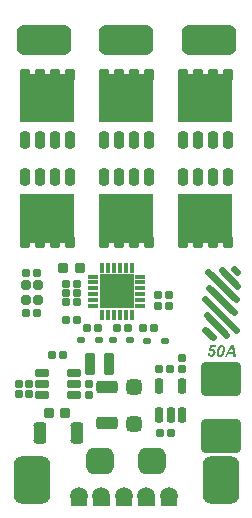
<source format=gts>
G04*
G04 #@! TF.GenerationSoftware,Altium Limited,Altium Designer,22.8.2 (66)*
G04*
G04 Layer_Color=8388736*
%FSLAX44Y44*%
%MOMM*%
G71*
G04*
G04 #@! TF.SameCoordinates,D88EF3AF-AA8D-4CAB-B9DB-13285413298B*
G04*
G04*
G04 #@! TF.FilePolarity,Negative*
G04*
G01*
G75*
%ADD43C,0.6000*%
G04:AMPARAMS|DCode=44|XSize=1.45mm|YSize=0.81mm|CornerRadius=0.2275mm|HoleSize=0mm|Usage=FLASHONLY|Rotation=270.000|XOffset=0mm|YOffset=0mm|HoleType=Round|Shape=RoundedRectangle|*
%AMROUNDEDRECTD44*
21,1,1.4500,0.3550,0,0,270.0*
21,1,0.9950,0.8100,0,0,270.0*
1,1,0.4550,-0.1775,-0.4975*
1,1,0.4550,-0.1775,0.4975*
1,1,0.4550,0.1775,0.4975*
1,1,0.4550,0.1775,-0.4975*
%
%ADD44ROUNDEDRECTD44*%
G04:AMPARAMS|DCode=45|XSize=0.85mm|YSize=1.1mm|CornerRadius=0.2375mm|HoleSize=0mm|Usage=FLASHONLY|Rotation=180.000|XOffset=0mm|YOffset=0mm|HoleType=Round|Shape=RoundedRectangle|*
%AMROUNDEDRECTD45*
21,1,0.8500,0.6250,0,0,180.0*
21,1,0.3750,1.1000,0,0,180.0*
1,1,0.4750,-0.1875,0.3125*
1,1,0.4750,0.1875,0.3125*
1,1,0.4750,0.1875,-0.3125*
1,1,0.4750,-0.1875,-0.3125*
%
%ADD45ROUNDEDRECTD45*%
%ADD46R,4.6600X1.0100*%
%ADD47R,4.6600X0.5300*%
%ADD48R,4.6600X2.8300*%
G04:AMPARAMS|DCode=49|XSize=0.68mm|YSize=0.68mm|CornerRadius=0.2008mm|HoleSize=0mm|Usage=FLASHONLY|Rotation=270.000|XOffset=0mm|YOffset=0mm|HoleType=Round|Shape=RoundedRectangle|*
%AMROUNDEDRECTD49*
21,1,0.6800,0.2784,0,0,270.0*
21,1,0.2784,0.6800,0,0,270.0*
1,1,0.4016,-0.1392,-0.1392*
1,1,0.4016,-0.1392,0.1392*
1,1,0.4016,0.1392,0.1392*
1,1,0.4016,0.1392,-0.1392*
%
%ADD49ROUNDEDRECTD49*%
G04:AMPARAMS|DCode=50|XSize=0.74mm|YSize=0.52mm|CornerRadius=0.155mm|HoleSize=0mm|Usage=FLASHONLY|Rotation=0.000|XOffset=0mm|YOffset=0mm|HoleType=Round|Shape=RoundedRectangle|*
%AMROUNDEDRECTD50*
21,1,0.7400,0.2100,0,0,0.0*
21,1,0.4300,0.5200,0,0,0.0*
1,1,0.3100,0.2150,-0.1050*
1,1,0.3100,-0.2150,-0.1050*
1,1,0.3100,-0.2150,0.1050*
1,1,0.3100,0.2150,0.1050*
%
%ADD50ROUNDEDRECTD50*%
G04:AMPARAMS|DCode=51|XSize=0.68mm|YSize=0.68mm|CornerRadius=0.2008mm|HoleSize=0mm|Usage=FLASHONLY|Rotation=0.000|XOffset=0mm|YOffset=0mm|HoleType=Round|Shape=RoundedRectangle|*
%AMROUNDEDRECTD51*
21,1,0.6800,0.2784,0,0,0.0*
21,1,0.2784,0.6800,0,0,0.0*
1,1,0.4016,0.1392,-0.1392*
1,1,0.4016,-0.1392,-0.1392*
1,1,0.4016,-0.1392,0.1392*
1,1,0.4016,0.1392,0.1392*
%
%ADD51ROUNDEDRECTD51*%
G04:AMPARAMS|DCode=52|XSize=1.32mm|YSize=1.3mm|CornerRadius=0.35mm|HoleSize=0mm|Usage=FLASHONLY|Rotation=0.000|XOffset=0mm|YOffset=0mm|HoleType=Round|Shape=RoundedRectangle|*
%AMROUNDEDRECTD52*
21,1,1.3200,0.6000,0,0,0.0*
21,1,0.6200,1.3000,0,0,0.0*
1,1,0.7000,0.3100,-0.3000*
1,1,0.7000,-0.3100,-0.3000*
1,1,0.7000,-0.3100,0.3000*
1,1,0.7000,0.3100,0.3000*
%
%ADD52ROUNDEDRECTD52*%
G04:AMPARAMS|DCode=53|XSize=1.3mm|YSize=0.7mm|CornerRadius=0.2mm|HoleSize=0mm|Usage=FLASHONLY|Rotation=90.000|XOffset=0mm|YOffset=0mm|HoleType=Round|Shape=RoundedRectangle|*
%AMROUNDEDRECTD53*
21,1,1.3000,0.3000,0,0,90.0*
21,1,0.9000,0.7000,0,0,90.0*
1,1,0.4000,0.1500,0.4500*
1,1,0.4000,0.1500,-0.4500*
1,1,0.4000,-0.1500,-0.4500*
1,1,0.4000,-0.1500,0.4500*
%
%ADD53ROUNDEDRECTD53*%
%ADD54R,2.9000X2.9000*%
G04:AMPARAMS|DCode=55|XSize=0.9mm|YSize=0.4mm|CornerRadius=0.125mm|HoleSize=0mm|Usage=FLASHONLY|Rotation=0.000|XOffset=0mm|YOffset=0mm|HoleType=Round|Shape=RoundedRectangle|*
%AMROUNDEDRECTD55*
21,1,0.9000,0.1500,0,0,0.0*
21,1,0.6500,0.4000,0,0,0.0*
1,1,0.2500,0.3250,-0.0750*
1,1,0.2500,-0.3250,-0.0750*
1,1,0.2500,-0.3250,0.0750*
1,1,0.2500,0.3250,0.0750*
%
%ADD55ROUNDEDRECTD55*%
G04:AMPARAMS|DCode=56|XSize=0.9mm|YSize=0.4mm|CornerRadius=0.125mm|HoleSize=0mm|Usage=FLASHONLY|Rotation=270.000|XOffset=0mm|YOffset=0mm|HoleType=Round|Shape=RoundedRectangle|*
%AMROUNDEDRECTD56*
21,1,0.9000,0.1500,0,0,270.0*
21,1,0.6500,0.4000,0,0,270.0*
1,1,0.2500,-0.0750,-0.3250*
1,1,0.2500,-0.0750,0.3250*
1,1,0.2500,0.0750,0.3250*
1,1,0.2500,0.0750,-0.3250*
%
%ADD56ROUNDEDRECTD56*%
G04:AMPARAMS|DCode=57|XSize=1.9mm|YSize=0.9mm|CornerRadius=0.25mm|HoleSize=0mm|Usage=FLASHONLY|Rotation=90.000|XOffset=0mm|YOffset=0mm|HoleType=Round|Shape=RoundedRectangle|*
%AMROUNDEDRECTD57*
21,1,1.9000,0.4000,0,0,90.0*
21,1,1.4000,0.9000,0,0,90.0*
1,1,0.5000,0.2000,0.7000*
1,1,0.5000,0.2000,-0.7000*
1,1,0.5000,-0.2000,-0.7000*
1,1,0.5000,-0.2000,0.7000*
%
%ADD57ROUNDEDRECTD57*%
G04:AMPARAMS|DCode=58|XSize=1.1mm|YSize=1.87mm|CornerRadius=0.3mm|HoleSize=0mm|Usage=FLASHONLY|Rotation=270.000|XOffset=0mm|YOffset=0mm|HoleType=Round|Shape=RoundedRectangle|*
%AMROUNDEDRECTD58*
21,1,1.1000,1.2700,0,0,270.0*
21,1,0.5000,1.8700,0,0,270.0*
1,1,0.6000,-0.6350,-0.2500*
1,1,0.6000,-0.6350,0.2500*
1,1,0.6000,0.6350,0.2500*
1,1,0.6000,0.6350,-0.2500*
%
%ADD58ROUNDEDRECTD58*%
G04:AMPARAMS|DCode=59|XSize=1.1mm|YSize=1.87mm|CornerRadius=0.3mm|HoleSize=0mm|Usage=FLASHONLY|Rotation=270.000|XOffset=0mm|YOffset=0mm|HoleType=Round|Shape=RoundedRectangle|*
%AMROUNDEDRECTD59*
21,1,1.1000,1.2700,0,0,270.0*
21,1,0.5000,1.8700,0,0,270.0*
1,1,0.6000,-0.6350,-0.2500*
1,1,0.6000,-0.6350,0.2500*
1,1,0.6000,0.6350,0.2500*
1,1,0.6000,0.6350,-0.2500*
%
%ADD59ROUNDEDRECTD59*%
G04:AMPARAMS|DCode=60|XSize=2.3mm|YSize=2.25mm|CornerRadius=0.5875mm|HoleSize=0mm|Usage=FLASHONLY|Rotation=180.000|XOffset=0mm|YOffset=0mm|HoleType=Round|Shape=RoundedRectangle|*
%AMROUNDEDRECTD60*
21,1,2.3000,1.0750,0,0,180.0*
21,1,1.1250,2.2500,0,0,180.0*
1,1,1.1750,-0.5625,0.5375*
1,1,1.1750,0.5625,0.5375*
1,1,1.1750,0.5625,-0.5375*
1,1,1.1750,-0.5625,-0.5375*
%
%ADD60ROUNDEDRECTD60*%
G04:AMPARAMS|DCode=61|XSize=0.8mm|YSize=0.8mm|CornerRadius=0.2285mm|HoleSize=0mm|Usage=FLASHONLY|Rotation=0.000|XOffset=0mm|YOffset=0mm|HoleType=Round|Shape=RoundedRectangle|*
%AMROUNDEDRECTD61*
21,1,0.8000,0.3430,0,0,0.0*
21,1,0.3430,0.8000,0,0,0.0*
1,1,0.4570,0.1715,-0.1715*
1,1,0.4570,-0.1715,-0.1715*
1,1,0.4570,-0.1715,0.1715*
1,1,0.4570,0.1715,0.1715*
%
%ADD61ROUNDEDRECTD61*%
G04:AMPARAMS|DCode=62|XSize=0.8mm|YSize=0.8mm|CornerRadius=0.2285mm|HoleSize=0mm|Usage=FLASHONLY|Rotation=0.000|XOffset=0mm|YOffset=0mm|HoleType=Round|Shape=RoundedRectangle|*
%AMROUNDEDRECTD62*
21,1,0.8000,0.3430,0,0,0.0*
21,1,0.3430,0.8000,0,0,0.0*
1,1,0.4570,0.1715,-0.1715*
1,1,0.4570,-0.1715,-0.1715*
1,1,0.4570,-0.1715,0.1715*
1,1,0.4570,0.1715,0.1715*
%
%ADD62ROUNDEDRECTD62*%
G04:AMPARAMS|DCode=63|XSize=0.8mm|YSize=0.8mm|CornerRadius=0.2285mm|HoleSize=0mm|Usage=FLASHONLY|Rotation=90.000|XOffset=0mm|YOffset=0mm|HoleType=Round|Shape=RoundedRectangle|*
%AMROUNDEDRECTD63*
21,1,0.8000,0.3430,0,0,90.0*
21,1,0.3430,0.8000,0,0,90.0*
1,1,0.4570,0.1715,0.1715*
1,1,0.4570,0.1715,-0.1715*
1,1,0.4570,-0.1715,-0.1715*
1,1,0.4570,-0.1715,0.1715*
%
%ADD63ROUNDEDRECTD63*%
G04:AMPARAMS|DCode=64|XSize=0.8mm|YSize=0.8mm|CornerRadius=0.2285mm|HoleSize=0mm|Usage=FLASHONLY|Rotation=0.000|XOffset=0mm|YOffset=0mm|HoleType=Round|Shape=RoundedRectangle|*
%AMROUNDEDRECTD64*
21,1,0.8000,0.3430,0,0,0.0*
21,1,0.3430,0.8000,0,0,0.0*
1,1,0.4570,0.1715,-0.1715*
1,1,0.4570,-0.1715,-0.1715*
1,1,0.4570,-0.1715,0.1715*
1,1,0.4570,0.1715,0.1715*
%
%ADD64ROUNDEDRECTD64*%
G04:AMPARAMS|DCode=65|XSize=1.202mm|YSize=0.702mm|CornerRadius=0.201mm|HoleSize=0mm|Usage=FLASHONLY|Rotation=180.000|XOffset=0mm|YOffset=0mm|HoleType=Round|Shape=RoundedRectangle|*
%AMROUNDEDRECTD65*
21,1,1.2020,0.3000,0,0,180.0*
21,1,0.8000,0.7020,0,0,180.0*
1,1,0.4020,-0.4000,0.1500*
1,1,0.4020,0.4000,0.1500*
1,1,0.4020,0.4000,-0.1500*
1,1,0.4020,-0.4000,-0.1500*
%
%ADD65ROUNDEDRECTD65*%
G04:AMPARAMS|DCode=66|XSize=1.1mm|YSize=1.87mm|CornerRadius=0.3mm|HoleSize=0mm|Usage=FLASHONLY|Rotation=0.000|XOffset=0mm|YOffset=0mm|HoleType=Round|Shape=RoundedRectangle|*
%AMROUNDEDRECTD66*
21,1,1.1000,1.2700,0,0,0.0*
21,1,0.5000,1.8700,0,0,0.0*
1,1,0.6000,0.2500,-0.6350*
1,1,0.6000,-0.2500,-0.6350*
1,1,0.6000,-0.2500,0.6350*
1,1,0.6000,0.2500,0.6350*
%
%ADD66ROUNDEDRECTD66*%
G04:AMPARAMS|DCode=67|XSize=1.1mm|YSize=1.87mm|CornerRadius=0.3mm|HoleSize=0mm|Usage=FLASHONLY|Rotation=0.000|XOffset=0mm|YOffset=0mm|HoleType=Round|Shape=RoundedRectangle|*
%AMROUNDEDRECTD67*
21,1,1.1000,1.2700,0,0,0.0*
21,1,0.5000,1.8700,0,0,0.0*
1,1,0.6000,0.2500,-0.6350*
1,1,0.6000,-0.2500,-0.6350*
1,1,0.6000,-0.2500,0.6350*
1,1,0.6000,0.2500,0.6350*
%
%ADD67ROUNDEDRECTD67*%
G04:AMPARAMS|DCode=68|XSize=0.84mm|YSize=0.93mm|CornerRadius=0.2387mm|HoleSize=0mm|Usage=FLASHONLY|Rotation=180.000|XOffset=0mm|YOffset=0mm|HoleType=Round|Shape=RoundedRectangle|*
%AMROUNDEDRECTD68*
21,1,0.8400,0.4526,0,0,180.0*
21,1,0.3626,0.9300,0,0,180.0*
1,1,0.4774,-0.1813,0.2263*
1,1,0.4774,0.1813,0.2263*
1,1,0.4774,0.1813,-0.2263*
1,1,0.4774,-0.1813,-0.2263*
%
%ADD68ROUNDEDRECTD68*%
%ADD69C,1.5000*%
G04:AMPARAMS|DCode=70|XSize=3.1mm|YSize=4.1mm|CornerRadius=0.8mm|HoleSize=0mm|Usage=FLASHONLY|Rotation=0.000|XOffset=0mm|YOffset=0mm|HoleType=Round|Shape=RoundedRectangle|*
%AMROUNDEDRECTD70*
21,1,3.1000,2.5000,0,0,0.0*
21,1,1.5000,4.1000,0,0,0.0*
1,1,1.6000,0.7500,-1.2500*
1,1,1.6000,-0.7500,-1.2500*
1,1,1.6000,-0.7500,1.2500*
1,1,1.6000,0.7500,1.2500*
%
%ADD70ROUNDEDRECTD70*%
G04:AMPARAMS|DCode=71|XSize=2.88mm|YSize=3.32mm|CornerRadius=0.3002mm|HoleSize=0mm|Usage=FLASHONLY|Rotation=270.000|XOffset=0mm|YOffset=0mm|HoleType=Round|Shape=RoundedRectangle|*
%AMROUNDEDRECTD71*
21,1,2.8800,2.7196,0,0,270.0*
21,1,2.2796,3.3200,0,0,270.0*
1,1,0.6004,-1.3598,-1.1398*
1,1,0.6004,-1.3598,1.1398*
1,1,0.6004,1.3598,1.1398*
1,1,0.6004,1.3598,-1.1398*
%
%ADD71ROUNDEDRECTD71*%
G04:AMPARAMS|DCode=72|XSize=2.88mm|YSize=3.32mm|CornerRadius=0.3002mm|HoleSize=0mm|Usage=FLASHONLY|Rotation=270.000|XOffset=0mm|YOffset=0mm|HoleType=Round|Shape=RoundedRectangle|*
%AMROUNDEDRECTD72*
21,1,2.8800,2.7196,0,0,270.0*
21,1,2.2796,3.3200,0,0,270.0*
1,1,0.6004,-1.3598,-1.1398*
1,1,0.6004,-1.3598,1.1398*
1,1,0.6004,1.3598,1.1398*
1,1,0.6004,1.3598,-1.1398*
%
%ADD72ROUNDEDRECTD72*%
G04:AMPARAMS|DCode=73|XSize=4.6mm|YSize=2.6mm|CornerRadius=0.675mm|HoleSize=0mm|Usage=FLASHONLY|Rotation=0.000|XOffset=0mm|YOffset=0mm|HoleType=Round|Shape=RoundedRectangle|*
%AMROUNDEDRECTD73*
21,1,4.6000,1.2500,0,0,0.0*
21,1,3.2500,2.6000,0,0,0.0*
1,1,1.3500,1.6250,-0.6250*
1,1,1.3500,-1.6250,-0.6250*
1,1,1.3500,-1.6250,0.6250*
1,1,1.3500,1.6250,0.6250*
%
%ADD73ROUNDEDRECTD73*%
G36*
X60610Y15973D02*
X61216Y15894D01*
X61812Y15761D01*
X62394Y15578D01*
X62958Y15344D01*
X63500Y15062D01*
X64015Y14734D01*
X64500Y14362D01*
X64950Y13950D01*
X65362Y13499D01*
X65734Y13015D01*
X66062Y12500D01*
X66344Y11958D01*
X66578Y11394D01*
X66761Y10812D01*
X66894Y10216D01*
X66973Y9610D01*
X67000Y9000D01*
Y1000D01*
X53000D01*
Y9000D01*
X53027Y9610D01*
X53106Y10216D01*
X53239Y10812D01*
X53422Y11394D01*
X53656Y11958D01*
X53938Y12500D01*
X54266Y13015D01*
X54638Y13499D01*
X55050Y13950D01*
X55500Y14362D01*
X55985Y14734D01*
X56500Y15062D01*
X57042Y15344D01*
X57606Y15578D01*
X58188Y15761D01*
X58784Y15894D01*
X59390Y15973D01*
X60000Y16000D01*
X60610Y15973D01*
D02*
G37*
G36*
X79610Y15723D02*
X80216Y15644D01*
X80812Y15511D01*
X81394Y15328D01*
X81958Y15094D01*
X82500Y14812D01*
X83015Y14484D01*
X83499Y14112D01*
X83950Y13700D01*
X84362Y13249D01*
X84734Y12765D01*
X85062Y12250D01*
X85344Y11708D01*
X85578Y11144D01*
X85761Y10562D01*
X85894Y9966D01*
X85973Y9360D01*
X86000Y8750D01*
Y1000D01*
X72000D01*
Y8750D01*
X72027Y9360D01*
X72106Y9966D01*
X72238Y10562D01*
X72422Y11144D01*
X72656Y11708D01*
X72938Y12250D01*
X73266Y12765D01*
X73638Y13249D01*
X74050Y13700D01*
X74500Y14112D01*
X74985Y14484D01*
X75500Y14812D01*
X76042Y15094D01*
X76606Y15328D01*
X77188Y15511D01*
X77784Y15644D01*
X78390Y15723D01*
X79000Y15750D01*
X79610Y15723D01*
D02*
G37*
G36*
X98610D02*
X99215Y15644D01*
X99812Y15511D01*
X100394Y15328D01*
X100958Y15094D01*
X101500Y14812D01*
X102015Y14484D01*
X102500Y14112D01*
X102950Y13700D01*
X103362Y13249D01*
X103734Y12765D01*
X104062Y12250D01*
X104344Y11708D01*
X104578Y11144D01*
X104761Y10562D01*
X104894Y9966D01*
X104973Y9360D01*
X105000Y8750D01*
Y1000D01*
X91000D01*
Y8750D01*
X91027Y9360D01*
X91106Y9966D01*
X91238Y10562D01*
X91422Y11144D01*
X91656Y11708D01*
X91938Y12250D01*
X92266Y12765D01*
X92638Y13249D01*
X93050Y13700D01*
X93500Y14112D01*
X93985Y14484D01*
X94500Y14812D01*
X95042Y15094D01*
X95606Y15328D01*
X96188Y15511D01*
X96784Y15644D01*
X97390Y15723D01*
X98000Y15750D01*
X98610Y15723D01*
D02*
G37*
G36*
X117610D02*
X118216Y15644D01*
X118812Y15511D01*
X119394Y15328D01*
X119958Y15094D01*
X120500Y14812D01*
X121015Y14484D01*
X121500Y14112D01*
X121950Y13700D01*
X122362Y13249D01*
X122734Y12765D01*
X123062Y12250D01*
X123344Y11708D01*
X123578Y11144D01*
X123761Y10562D01*
X123894Y9966D01*
X123973Y9360D01*
X124000Y8750D01*
Y1000D01*
X110000D01*
Y8750D01*
X110027Y9360D01*
X110106Y9966D01*
X110239Y10562D01*
X110422Y11144D01*
X110656Y11708D01*
X110938Y12250D01*
X111266Y12765D01*
X111638Y13249D01*
X112050Y13700D01*
X112500Y14112D01*
X112985Y14484D01*
X113500Y14812D01*
X114042Y15094D01*
X114606Y15328D01*
X115188Y15511D01*
X115784Y15644D01*
X116390Y15723D01*
X117000Y15750D01*
X117610Y15723D01*
D02*
G37*
G36*
X136610D02*
X137215Y15644D01*
X137812Y15511D01*
X138394Y15328D01*
X138958Y15094D01*
X139500Y14812D01*
X140015Y14484D01*
X140499Y14112D01*
X140950Y13700D01*
X141362Y13249D01*
X141734Y12765D01*
X142062Y12250D01*
X142344Y11708D01*
X142578Y11144D01*
X142761Y10562D01*
X142894Y9966D01*
X142973Y9360D01*
X143000Y8750D01*
Y1000D01*
X129000D01*
Y8750D01*
X129027Y9360D01*
X129106Y9966D01*
X129239Y10562D01*
X129422Y11144D01*
X129656Y11708D01*
X129938Y12250D01*
X130266Y12765D01*
X130638Y13249D01*
X131050Y13700D01*
X131501Y14112D01*
X131985Y14484D01*
X132500Y14812D01*
X133042Y15094D01*
X133606Y15328D01*
X134188Y15511D01*
X134784Y15644D01*
X135390Y15723D01*
X136000Y15750D01*
X136610Y15723D01*
D02*
G37*
G36*
X175654Y135063D02*
X172397D01*
X171960Y133555D01*
X171975D01*
X172003Y133583D01*
X172059Y133597D01*
X172129Y133626D01*
X172313Y133682D01*
X172510Y133738D01*
X172524D01*
X172552Y133752D01*
X172609Y133767D01*
X172693Y133781D01*
X172863Y133795D01*
X173074Y133809D01*
X173187D01*
X173257Y133795D01*
X173356Y133781D01*
X173469Y133767D01*
X173722Y133710D01*
X174004Y133626D01*
X174315Y133485D01*
X174470Y133400D01*
X174625Y133301D01*
X174766Y133189D01*
X174907Y133048D01*
X174921Y133034D01*
X174935Y133019D01*
X174977Y132977D01*
X175019Y132907D01*
X175076Y132836D01*
X175132Y132752D01*
X175203Y132639D01*
X175273Y132512D01*
X175344Y132385D01*
X175414Y132230D01*
X175471Y132061D01*
X175527Y131878D01*
X175611Y131483D01*
X175626Y131257D01*
X175640Y131032D01*
Y131018D01*
Y130990D01*
Y130933D01*
X175626Y130863D01*
Y130764D01*
X175611Y130665D01*
X175597Y130538D01*
X175583Y130397D01*
X175513Y130101D01*
X175428Y129763D01*
X175301Y129396D01*
X175132Y129030D01*
Y129016D01*
X175104Y128988D01*
X175076Y128931D01*
X175033Y128875D01*
X174991Y128790D01*
X174921Y128692D01*
X174766Y128466D01*
X174568Y128226D01*
X174329Y127973D01*
X174047Y127733D01*
X173722Y127522D01*
X173708D01*
X173680Y127493D01*
X173638Y127479D01*
X173567Y127437D01*
X173483Y127395D01*
X173384Y127352D01*
X173159Y127268D01*
X172877Y127169D01*
X172567Y127085D01*
X172228Y127028D01*
X171862Y127000D01*
X171735D01*
X171650Y127014D01*
X171551Y127028D01*
X171425Y127042D01*
X171284Y127071D01*
X171129Y127099D01*
X170804Y127197D01*
X170466Y127338D01*
X170297Y127423D01*
X170128Y127536D01*
X169959Y127648D01*
X169804Y127789D01*
X169789Y127803D01*
X169775Y127832D01*
X169733Y127874D01*
X169677Y127930D01*
X169620Y128015D01*
X169550Y128114D01*
X169479Y128226D01*
X169409Y128367D01*
X169324Y128508D01*
X169254Y128663D01*
X169183Y128847D01*
X169127Y129044D01*
X169070Y129241D01*
X169028Y129467D01*
X169014Y129692D01*
X169000Y129946D01*
X170861Y130115D01*
Y130087D01*
Y130031D01*
X170847Y129960D01*
Y129904D01*
Y129890D01*
Y129876D01*
Y129791D01*
X170861Y129678D01*
X170889Y129523D01*
X170917Y129354D01*
X170974Y129185D01*
X171044Y129030D01*
X171143Y128889D01*
X171157Y128875D01*
X171199Y128833D01*
X171270Y128790D01*
X171354Y128734D01*
X171467Y128663D01*
X171608Y128621D01*
X171763Y128579D01*
X171932Y128565D01*
X171960D01*
X172045Y128579D01*
X172186Y128593D01*
X172341Y128649D01*
X172538Y128720D01*
X172750Y128833D01*
X172961Y129002D01*
X173074Y129101D01*
X173173Y129213D01*
Y129227D01*
X173201Y129241D01*
X173229Y129284D01*
X173257Y129340D01*
X173300Y129396D01*
X173356Y129481D01*
X173455Y129678D01*
X173553Y129932D01*
X173652Y130242D01*
X173708Y130609D01*
X173737Y131018D01*
Y131032D01*
Y131046D01*
Y131130D01*
X173722Y131257D01*
X173694Y131398D01*
X173652Y131567D01*
X173596Y131737D01*
X173525Y131906D01*
X173412Y132047D01*
X173398Y132061D01*
X173356Y132103D01*
X173286Y132160D01*
X173187Y132230D01*
X173074Y132286D01*
X172933Y132343D01*
X172764Y132385D01*
X172581Y132399D01*
X172510D01*
X172440Y132385D01*
X172341Y132371D01*
X172228Y132357D01*
X172115Y132329D01*
X171975Y132272D01*
X171848Y132216D01*
X171833Y132202D01*
X171791Y132188D01*
X171721Y132145D01*
X171636Y132089D01*
X171537Y132018D01*
X171425Y131920D01*
X171312Y131821D01*
X171185Y131694D01*
X169620Y131807D01*
X171100Y136812D01*
X176020D01*
X175654Y135063D01*
D02*
G37*
G36*
X192486Y127183D02*
X190583D01*
X190258Y129340D01*
X186396D01*
X185226Y127183D01*
X183167D01*
X188651Y136938D01*
X190921D01*
X192486Y127183D01*
D02*
G37*
G36*
X180996Y136981D02*
X181095Y136967D01*
X181208Y136952D01*
X181490Y136882D01*
X181800Y136783D01*
X181955Y136713D01*
X182124Y136628D01*
X182279Y136530D01*
X182449Y136403D01*
X182604Y136276D01*
X182745Y136121D01*
X182759Y136107D01*
X182773Y136079D01*
X182815Y136036D01*
X182871Y135966D01*
X182928Y135867D01*
X182984Y135768D01*
X183055Y135641D01*
X183139Y135486D01*
X183210Y135317D01*
X183280Y135134D01*
X183337Y134923D01*
X183393Y134711D01*
X183449Y134457D01*
X183492Y134204D01*
X183506Y133922D01*
X183520Y133626D01*
Y133611D01*
Y133555D01*
Y133470D01*
X183506Y133358D01*
Y133231D01*
X183492Y133062D01*
X183478Y132878D01*
X183449Y132667D01*
X183421Y132427D01*
X183379Y132188D01*
X183337Y131920D01*
X183280Y131652D01*
X183139Y131060D01*
X182956Y130440D01*
Y130426D01*
X182928Y130369D01*
X182900Y130285D01*
X182857Y130172D01*
X182801Y130031D01*
X182731Y129862D01*
X182646Y129692D01*
X182561Y129495D01*
X182336Y129086D01*
X182082Y128663D01*
X181786Y128255D01*
X181617Y128057D01*
X181448Y127888D01*
X181434Y127874D01*
X181405Y127846D01*
X181349Y127803D01*
X181278Y127747D01*
X181194Y127677D01*
X181081Y127606D01*
X180968Y127522D01*
X180827Y127451D01*
X180503Y127282D01*
X180151Y127141D01*
X179953Y127085D01*
X179742Y127042D01*
X179531Y127014D01*
X179305Y127000D01*
X179192D01*
X179107Y127014D01*
X179009Y127028D01*
X178896Y127042D01*
X178614Y127113D01*
X178304Y127212D01*
X178149Y127282D01*
X177980Y127367D01*
X177811Y127465D01*
X177656Y127578D01*
X177500Y127705D01*
X177345Y127860D01*
X177331Y127874D01*
X177317Y127902D01*
X177275Y127944D01*
X177233Y128015D01*
X177176Y128114D01*
X177106Y128212D01*
X177035Y128339D01*
X176965Y128494D01*
X176894Y128663D01*
X176824Y128847D01*
X176767Y129044D01*
X176697Y129270D01*
X176655Y129509D01*
X176612Y129763D01*
X176598Y130045D01*
X176584Y130341D01*
Y130355D01*
Y130412D01*
Y130482D01*
X176598Y130595D01*
Y130736D01*
X176612Y130891D01*
X176626Y131074D01*
X176641Y131271D01*
X176669Y131483D01*
X176711Y131722D01*
X176796Y132230D01*
X176908Y132766D01*
X177078Y133330D01*
X177092Y133358D01*
X177106Y133414D01*
X177148Y133513D01*
X177190Y133640D01*
X177247Y133795D01*
X177331Y133964D01*
X177416Y134161D01*
X177515Y134373D01*
X177740Y134824D01*
X178008Y135275D01*
X178149Y135500D01*
X178318Y135712D01*
X178487Y135909D01*
X178656Y136093D01*
X178671Y136107D01*
X178699Y136135D01*
X178755Y136177D01*
X178826Y136234D01*
X178910Y136304D01*
X179023Y136375D01*
X179150Y136459D01*
X179291Y136544D01*
X179601Y136713D01*
X179967Y136854D01*
X180165Y136910D01*
X180362Y136952D01*
X180574Y136981D01*
X180799Y136995D01*
X180912D01*
X180996Y136981D01*
D02*
G37*
%LPC*%
G36*
X189441Y134894D02*
X187298Y130975D01*
X190019D01*
X189441Y134894D01*
D02*
G37*
G36*
X180729Y135472D02*
X180700D01*
X180644Y135458D01*
X180545Y135444D01*
X180419Y135416D01*
X180278Y135345D01*
X180123Y135261D01*
X179967Y135148D01*
X179812Y134979D01*
Y134965D01*
X179784Y134951D01*
X179756Y134894D01*
X179714Y134838D01*
X179671Y134753D01*
X179601Y134655D01*
X179545Y134542D01*
X179474Y134401D01*
X179389Y134232D01*
X179305Y134049D01*
X179220Y133851D01*
X179136Y133611D01*
X179051Y133372D01*
X178967Y133090D01*
X178882Y132794D01*
X178797Y132470D01*
Y132456D01*
X178783Y132399D01*
X178769Y132329D01*
X178741Y132216D01*
X178713Y132089D01*
X178685Y131934D01*
X178656Y131765D01*
X178628Y131581D01*
X178558Y131173D01*
X178501Y130764D01*
X178459Y130341D01*
X178445Y129946D01*
Y129932D01*
Y129918D01*
Y129876D01*
Y129819D01*
X178459Y129678D01*
X178473Y129509D01*
X178501Y129326D01*
X178558Y129143D01*
X178614Y128974D01*
X178699Y128833D01*
X178713Y128819D01*
X178741Y128790D01*
X178797Y128734D01*
X178882Y128678D01*
X178967Y128621D01*
X179079Y128565D01*
X179220Y128537D01*
X179361Y128523D01*
X179389D01*
X179446Y128537D01*
X179559Y128551D01*
X179685Y128579D01*
X179827Y128649D01*
X179996Y128734D01*
X180151Y128847D01*
X180320Y129016D01*
Y129030D01*
X180348Y129044D01*
X180376Y129086D01*
X180419Y129157D01*
X180461Y129227D01*
X180517Y129326D01*
X180574Y129453D01*
X180644Y129594D01*
X180729Y129749D01*
X180799Y129946D01*
X180884Y130158D01*
X180968Y130397D01*
X181053Y130665D01*
X181138Y130947D01*
X181222Y131271D01*
X181307Y131624D01*
Y131638D01*
X181321Y131694D01*
X181335Y131779D01*
X181363Y131878D01*
X181391Y132004D01*
X181419Y132160D01*
X181448Y132329D01*
X181490Y132512D01*
X181546Y132907D01*
X181603Y133315D01*
X181645Y133710D01*
X181659Y133907D01*
Y134077D01*
Y134091D01*
Y134105D01*
Y134204D01*
X181645Y134330D01*
X181631Y134486D01*
X181589Y134655D01*
X181546Y134838D01*
X181476Y134993D01*
X181391Y135134D01*
X181377Y135148D01*
X181349Y135190D01*
X181293Y135247D01*
X181208Y135303D01*
X181123Y135359D01*
X181011Y135416D01*
X180870Y135458D01*
X180729Y135472D01*
D02*
G37*
%LPD*%
D43*
X180610Y200250D02*
X193850Y187010D01*
X170350Y185250D02*
X191305Y164695D01*
X191310Y200980D02*
X193850Y198440D01*
X169180Y199250D02*
X192850Y175580D01*
X166640Y175930D02*
X192850Y149720D01*
X167910Y162230D02*
X184420Y145720D01*
X166640Y150070D02*
X172990Y143720D01*
D44*
X13950Y279500D02*
D03*
X26650D02*
D03*
X39350D02*
D03*
X52050D02*
D03*
X13950Y310500D02*
D03*
X26650D02*
D03*
X39350D02*
D03*
X52050D02*
D03*
X80950Y279500D02*
D03*
X93650D02*
D03*
X106350D02*
D03*
X119050D02*
D03*
X80950Y310500D02*
D03*
X93650D02*
D03*
X106350D02*
D03*
X119050D02*
D03*
X147950Y279500D02*
D03*
X160650D02*
D03*
X173350D02*
D03*
X186050D02*
D03*
X147950Y310500D02*
D03*
X160650D02*
D03*
X173350D02*
D03*
X186050D02*
D03*
D45*
X39350Y224000D02*
D03*
X26650D02*
D03*
X13950D02*
D03*
X52050D02*
D03*
X13950Y366000D02*
D03*
X52050D02*
D03*
X39350D02*
D03*
X26650D02*
D03*
X106350Y224000D02*
D03*
X93650D02*
D03*
X80950D02*
D03*
X119050D02*
D03*
X80950Y366000D02*
D03*
X119050D02*
D03*
X106350D02*
D03*
X93650D02*
D03*
X173350Y224000D02*
D03*
X160650D02*
D03*
X147950D02*
D03*
X186050D02*
D03*
X147950Y366000D02*
D03*
X186050D02*
D03*
X173350D02*
D03*
X160650D02*
D03*
D46*
X33000Y255360D02*
D03*
Y334640D02*
D03*
X100000Y255360D02*
D03*
Y334640D02*
D03*
X167000Y255360D02*
D03*
Y334640D02*
D03*
D47*
X33000Y262010D02*
D03*
Y327990D02*
D03*
X100000Y262010D02*
D03*
Y327990D02*
D03*
X167000Y262010D02*
D03*
Y327990D02*
D03*
D48*
X33000Y237210D02*
D03*
Y352790D02*
D03*
X100000Y237210D02*
D03*
Y352790D02*
D03*
X167000Y237210D02*
D03*
Y352790D02*
D03*
D49*
X147008Y125600D02*
D03*
Y116400D02*
D03*
X68635Y103912D02*
D03*
Y94712D02*
D03*
X8750Y104350D02*
D03*
Y95150D02*
D03*
X17500D02*
D03*
Y104350D02*
D03*
D50*
X117495Y140496D02*
D03*
X132495D02*
D03*
X103505Y141004D02*
D03*
X88504D02*
D03*
X61996Y140996D02*
D03*
X76996D02*
D03*
D51*
X123242Y151000D02*
D03*
X114042D02*
D03*
X136450Y169636D02*
D03*
X127250D02*
D03*
X135959Y179769D02*
D03*
X126759D02*
D03*
X137108Y116500D02*
D03*
X127908D02*
D03*
X101600Y151000D02*
D03*
X92400D02*
D03*
X76247D02*
D03*
X67047D02*
D03*
X49300Y173591D02*
D03*
X58500D02*
D03*
X49300Y181222D02*
D03*
X58500D02*
D03*
X49300Y188853D02*
D03*
X58500D02*
D03*
X49300Y157959D02*
D03*
X58500D02*
D03*
X24600Y164000D02*
D03*
X15400D02*
D03*
X46230Y128399D02*
D03*
X37030D02*
D03*
X137600Y62508D02*
D03*
X128400D02*
D03*
X15400Y198000D02*
D03*
X24600D02*
D03*
D52*
X106496Y101505D02*
D03*
Y70505D02*
D03*
D53*
X128000Y77500D02*
D03*
X137500D02*
D03*
X147000D02*
D03*
Y102500D02*
D03*
X128000D02*
D03*
D54*
X91996Y182505D02*
D03*
D55*
X111996Y195005D02*
D03*
Y190005D02*
D03*
Y185005D02*
D03*
Y180005D02*
D03*
Y175005D02*
D03*
Y170005D02*
D03*
X71996D02*
D03*
Y175005D02*
D03*
Y180005D02*
D03*
Y185005D02*
D03*
Y190005D02*
D03*
Y195005D02*
D03*
D56*
X104496Y162505D02*
D03*
X99496D02*
D03*
X94496D02*
D03*
X89496D02*
D03*
X84496D02*
D03*
X79496D02*
D03*
Y202505D02*
D03*
X84496D02*
D03*
X89496D02*
D03*
X94496D02*
D03*
X99496D02*
D03*
X104496D02*
D03*
D57*
X85008Y121036D02*
D03*
X69008D02*
D03*
D58*
X83750Y70650D02*
D03*
D59*
Y101350D02*
D03*
D60*
X122000Y38496D02*
D03*
X78000D02*
D03*
D61*
X25250Y175000D02*
D03*
D62*
X14750D02*
D03*
D63*
X14750Y187500D02*
D03*
D64*
X25250D02*
D03*
D65*
X29005Y94505D02*
D03*
Y104004D02*
D03*
Y113504D02*
D03*
X56005D02*
D03*
Y104004D02*
D03*
Y94505D02*
D03*
D66*
X57850Y62472D02*
D03*
D67*
X27150D02*
D03*
D68*
X34550Y79492D02*
D03*
X48450D02*
D03*
X46550Y202000D02*
D03*
X60450D02*
D03*
D69*
X60000Y9008D02*
D03*
X79000D02*
D03*
X117000D02*
D03*
X98000D02*
D03*
X136000D02*
D03*
D70*
X180000Y23000D02*
D03*
X20000D02*
D03*
D71*
X179996Y60346D02*
D03*
D72*
Y108646D02*
D03*
D73*
X170000Y395000D02*
D03*
X100000D02*
D03*
X30000D02*
D03*
M02*

</source>
